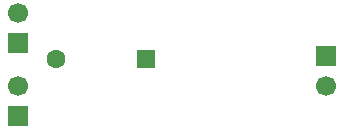
<source format=gbr>
%TF.GenerationSoftware,KiCad,Pcbnew,9.0.4*%
%TF.CreationDate,2025-12-06T16:41:30+03:30*%
%TF.ProjectId,Tiny_Solar_Power_Supply002,54696e79-5f53-46f6-9c61-725f506f7765,rev?*%
%TF.SameCoordinates,Original*%
%TF.FileFunction,Soldermask,Bot*%
%TF.FilePolarity,Negative*%
%FSLAX46Y46*%
G04 Gerber Fmt 4.6, Leading zero omitted, Abs format (unit mm)*
G04 Created by KiCad (PCBNEW 9.0.4) date 2025-12-06 16:41:30*
%MOMM*%
%LPD*%
G01*
G04 APERTURE LIST*
G04 Aperture macros list*
%AMRoundRect*
0 Rectangle with rounded corners*
0 $1 Rounding radius*
0 $2 $3 $4 $5 $6 $7 $8 $9 X,Y pos of 4 corners*
0 Add a 4 corners polygon primitive as box body*
4,1,4,$2,$3,$4,$5,$6,$7,$8,$9,$2,$3,0*
0 Add four circle primitives for the rounded corners*
1,1,$1+$1,$2,$3*
1,1,$1+$1,$4,$5*
1,1,$1+$1,$6,$7*
1,1,$1+$1,$8,$9*
0 Add four rect primitives between the rounded corners*
20,1,$1+$1,$2,$3,$4,$5,0*
20,1,$1+$1,$4,$5,$6,$7,0*
20,1,$1+$1,$6,$7,$8,$9,0*
20,1,$1+$1,$8,$9,$2,$3,0*%
G04 Aperture macros list end*
%ADD10R,1.700000X1.700000*%
%ADD11C,1.700000*%
%ADD12RoundRect,0.250000X0.550000X0.550000X-0.550000X0.550000X-0.550000X-0.550000X0.550000X-0.550000X0*%
%ADD13C,1.600000*%
G04 APERTURE END LIST*
D10*
%TO.C,J1*%
X141500000Y-97790000D03*
D11*
X141500000Y-100330000D03*
%TD*%
D10*
%TO.C,J2*%
X115425000Y-102850000D03*
D11*
X115425000Y-100310000D03*
%TD*%
D12*
%TO.C,J3*%
X126275000Y-98025000D03*
D13*
X118655000Y-98025000D03*
%TD*%
D10*
%TO.C,J4*%
X115425000Y-96675000D03*
D11*
X115425000Y-94135000D03*
%TD*%
M02*

</source>
